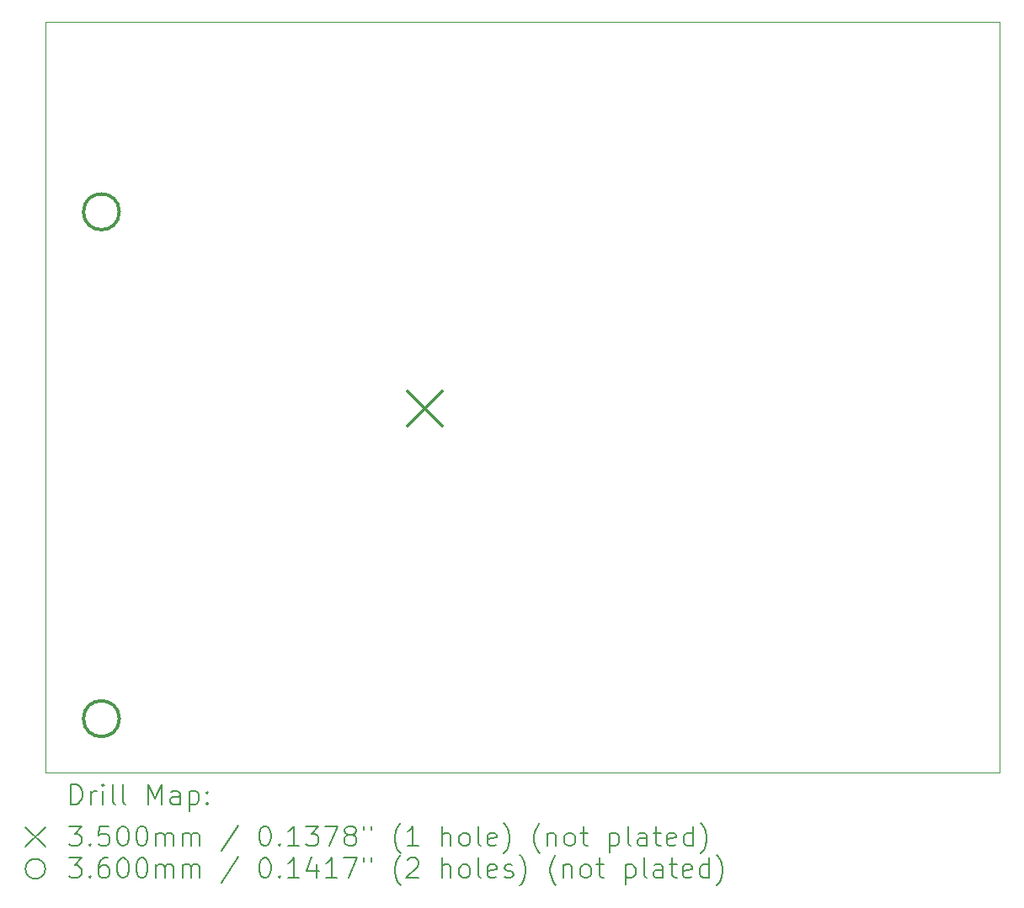
<source format=gbr>
%FSLAX45Y45*%
G04 Gerber Fmt 4.5, Leading zero omitted, Abs format (unit mm)*
G04 Created by KiCad (PCBNEW (6.0.1)) date 2022-03-02 00:16:33*
%MOMM*%
%LPD*%
G01*
G04 APERTURE LIST*
%TA.AperFunction,Profile*%
%ADD10C,0.100000*%
%TD*%
%ADD11C,0.200000*%
%ADD12C,0.350000*%
%ADD13C,0.360000*%
G04 APERTURE END LIST*
D10*
X3937000Y-3683000D02*
X13525500Y-3683000D01*
X13525500Y-3683000D02*
X13525500Y-11239500D01*
X13525500Y-11239500D02*
X3937000Y-11239500D01*
X3937000Y-11239500D02*
X3937000Y-3683000D01*
D11*
D12*
X7572000Y-7400500D02*
X7922000Y-7750500D01*
X7922000Y-7400500D02*
X7572000Y-7750500D01*
D13*
X4676000Y-5594000D02*
G75*
G03*
X4676000Y-5594000I-180000J0D01*
G01*
X4676000Y-10694000D02*
G75*
G03*
X4676000Y-10694000I-180000J0D01*
G01*
D11*
X4189619Y-11554976D02*
X4189619Y-11354976D01*
X4237238Y-11354976D01*
X4265810Y-11364500D01*
X4284857Y-11383548D01*
X4294381Y-11402595D01*
X4303905Y-11440690D01*
X4303905Y-11469262D01*
X4294381Y-11507357D01*
X4284857Y-11526405D01*
X4265810Y-11545452D01*
X4237238Y-11554976D01*
X4189619Y-11554976D01*
X4389619Y-11554976D02*
X4389619Y-11421643D01*
X4389619Y-11459738D02*
X4399143Y-11440690D01*
X4408667Y-11431167D01*
X4427714Y-11421643D01*
X4446762Y-11421643D01*
X4513429Y-11554976D02*
X4513429Y-11421643D01*
X4513429Y-11354976D02*
X4503905Y-11364500D01*
X4513429Y-11374024D01*
X4522952Y-11364500D01*
X4513429Y-11354976D01*
X4513429Y-11374024D01*
X4637238Y-11554976D02*
X4618190Y-11545452D01*
X4608667Y-11526405D01*
X4608667Y-11354976D01*
X4742000Y-11554976D02*
X4722952Y-11545452D01*
X4713429Y-11526405D01*
X4713429Y-11354976D01*
X4970571Y-11554976D02*
X4970571Y-11354976D01*
X5037238Y-11497833D01*
X5103905Y-11354976D01*
X5103905Y-11554976D01*
X5284857Y-11554976D02*
X5284857Y-11450214D01*
X5275333Y-11431167D01*
X5256286Y-11421643D01*
X5218190Y-11421643D01*
X5199143Y-11431167D01*
X5284857Y-11545452D02*
X5265810Y-11554976D01*
X5218190Y-11554976D01*
X5199143Y-11545452D01*
X5189619Y-11526405D01*
X5189619Y-11507357D01*
X5199143Y-11488309D01*
X5218190Y-11478786D01*
X5265810Y-11478786D01*
X5284857Y-11469262D01*
X5380095Y-11421643D02*
X5380095Y-11621643D01*
X5380095Y-11431167D02*
X5399143Y-11421643D01*
X5437238Y-11421643D01*
X5456286Y-11431167D01*
X5465810Y-11440690D01*
X5475333Y-11459738D01*
X5475333Y-11516881D01*
X5465810Y-11535928D01*
X5456286Y-11545452D01*
X5437238Y-11554976D01*
X5399143Y-11554976D01*
X5380095Y-11545452D01*
X5561048Y-11535928D02*
X5570571Y-11545452D01*
X5561048Y-11554976D01*
X5551524Y-11545452D01*
X5561048Y-11535928D01*
X5561048Y-11554976D01*
X5561048Y-11431167D02*
X5570571Y-11440690D01*
X5561048Y-11450214D01*
X5551524Y-11440690D01*
X5561048Y-11431167D01*
X5561048Y-11450214D01*
X3732000Y-11784500D02*
X3932000Y-11984500D01*
X3932000Y-11784500D02*
X3732000Y-11984500D01*
X4170571Y-11774976D02*
X4294381Y-11774976D01*
X4227714Y-11851167D01*
X4256286Y-11851167D01*
X4275333Y-11860690D01*
X4284857Y-11870214D01*
X4294381Y-11889262D01*
X4294381Y-11936881D01*
X4284857Y-11955928D01*
X4275333Y-11965452D01*
X4256286Y-11974976D01*
X4199143Y-11974976D01*
X4180095Y-11965452D01*
X4170571Y-11955928D01*
X4380095Y-11955928D02*
X4389619Y-11965452D01*
X4380095Y-11974976D01*
X4370571Y-11965452D01*
X4380095Y-11955928D01*
X4380095Y-11974976D01*
X4570571Y-11774976D02*
X4475333Y-11774976D01*
X4465810Y-11870214D01*
X4475333Y-11860690D01*
X4494381Y-11851167D01*
X4542000Y-11851167D01*
X4561048Y-11860690D01*
X4570571Y-11870214D01*
X4580095Y-11889262D01*
X4580095Y-11936881D01*
X4570571Y-11955928D01*
X4561048Y-11965452D01*
X4542000Y-11974976D01*
X4494381Y-11974976D01*
X4475333Y-11965452D01*
X4465810Y-11955928D01*
X4703905Y-11774976D02*
X4722952Y-11774976D01*
X4742000Y-11784500D01*
X4751524Y-11794024D01*
X4761048Y-11813071D01*
X4770571Y-11851167D01*
X4770571Y-11898786D01*
X4761048Y-11936881D01*
X4751524Y-11955928D01*
X4742000Y-11965452D01*
X4722952Y-11974976D01*
X4703905Y-11974976D01*
X4684857Y-11965452D01*
X4675333Y-11955928D01*
X4665810Y-11936881D01*
X4656286Y-11898786D01*
X4656286Y-11851167D01*
X4665810Y-11813071D01*
X4675333Y-11794024D01*
X4684857Y-11784500D01*
X4703905Y-11774976D01*
X4894381Y-11774976D02*
X4913429Y-11774976D01*
X4932476Y-11784500D01*
X4942000Y-11794024D01*
X4951524Y-11813071D01*
X4961048Y-11851167D01*
X4961048Y-11898786D01*
X4951524Y-11936881D01*
X4942000Y-11955928D01*
X4932476Y-11965452D01*
X4913429Y-11974976D01*
X4894381Y-11974976D01*
X4875333Y-11965452D01*
X4865810Y-11955928D01*
X4856286Y-11936881D01*
X4846762Y-11898786D01*
X4846762Y-11851167D01*
X4856286Y-11813071D01*
X4865810Y-11794024D01*
X4875333Y-11784500D01*
X4894381Y-11774976D01*
X5046762Y-11974976D02*
X5046762Y-11841643D01*
X5046762Y-11860690D02*
X5056286Y-11851167D01*
X5075333Y-11841643D01*
X5103905Y-11841643D01*
X5122952Y-11851167D01*
X5132476Y-11870214D01*
X5132476Y-11974976D01*
X5132476Y-11870214D02*
X5142000Y-11851167D01*
X5161048Y-11841643D01*
X5189619Y-11841643D01*
X5208667Y-11851167D01*
X5218190Y-11870214D01*
X5218190Y-11974976D01*
X5313429Y-11974976D02*
X5313429Y-11841643D01*
X5313429Y-11860690D02*
X5322952Y-11851167D01*
X5342000Y-11841643D01*
X5370571Y-11841643D01*
X5389619Y-11851167D01*
X5399143Y-11870214D01*
X5399143Y-11974976D01*
X5399143Y-11870214D02*
X5408667Y-11851167D01*
X5427714Y-11841643D01*
X5456286Y-11841643D01*
X5475333Y-11851167D01*
X5484857Y-11870214D01*
X5484857Y-11974976D01*
X5875333Y-11765452D02*
X5703905Y-12022595D01*
X6132476Y-11774976D02*
X6151524Y-11774976D01*
X6170571Y-11784500D01*
X6180095Y-11794024D01*
X6189619Y-11813071D01*
X6199143Y-11851167D01*
X6199143Y-11898786D01*
X6189619Y-11936881D01*
X6180095Y-11955928D01*
X6170571Y-11965452D01*
X6151524Y-11974976D01*
X6132476Y-11974976D01*
X6113428Y-11965452D01*
X6103905Y-11955928D01*
X6094381Y-11936881D01*
X6084857Y-11898786D01*
X6084857Y-11851167D01*
X6094381Y-11813071D01*
X6103905Y-11794024D01*
X6113428Y-11784500D01*
X6132476Y-11774976D01*
X6284857Y-11955928D02*
X6294381Y-11965452D01*
X6284857Y-11974976D01*
X6275333Y-11965452D01*
X6284857Y-11955928D01*
X6284857Y-11974976D01*
X6484857Y-11974976D02*
X6370571Y-11974976D01*
X6427714Y-11974976D02*
X6427714Y-11774976D01*
X6408667Y-11803548D01*
X6389619Y-11822595D01*
X6370571Y-11832119D01*
X6551524Y-11774976D02*
X6675333Y-11774976D01*
X6608667Y-11851167D01*
X6637238Y-11851167D01*
X6656286Y-11860690D01*
X6665809Y-11870214D01*
X6675333Y-11889262D01*
X6675333Y-11936881D01*
X6665809Y-11955928D01*
X6656286Y-11965452D01*
X6637238Y-11974976D01*
X6580095Y-11974976D01*
X6561048Y-11965452D01*
X6551524Y-11955928D01*
X6742000Y-11774976D02*
X6875333Y-11774976D01*
X6789619Y-11974976D01*
X6980095Y-11860690D02*
X6961048Y-11851167D01*
X6951524Y-11841643D01*
X6942000Y-11822595D01*
X6942000Y-11813071D01*
X6951524Y-11794024D01*
X6961048Y-11784500D01*
X6980095Y-11774976D01*
X7018190Y-11774976D01*
X7037238Y-11784500D01*
X7046762Y-11794024D01*
X7056286Y-11813071D01*
X7056286Y-11822595D01*
X7046762Y-11841643D01*
X7037238Y-11851167D01*
X7018190Y-11860690D01*
X6980095Y-11860690D01*
X6961048Y-11870214D01*
X6951524Y-11879738D01*
X6942000Y-11898786D01*
X6942000Y-11936881D01*
X6951524Y-11955928D01*
X6961048Y-11965452D01*
X6980095Y-11974976D01*
X7018190Y-11974976D01*
X7037238Y-11965452D01*
X7046762Y-11955928D01*
X7056286Y-11936881D01*
X7056286Y-11898786D01*
X7046762Y-11879738D01*
X7037238Y-11870214D01*
X7018190Y-11860690D01*
X7132476Y-11774976D02*
X7132476Y-11813071D01*
X7208667Y-11774976D02*
X7208667Y-11813071D01*
X7503905Y-12051167D02*
X7494381Y-12041643D01*
X7475333Y-12013071D01*
X7465809Y-11994024D01*
X7456286Y-11965452D01*
X7446762Y-11917833D01*
X7446762Y-11879738D01*
X7456286Y-11832119D01*
X7465809Y-11803548D01*
X7475333Y-11784500D01*
X7494381Y-11755928D01*
X7503905Y-11746405D01*
X7684857Y-11974976D02*
X7570571Y-11974976D01*
X7627714Y-11974976D02*
X7627714Y-11774976D01*
X7608667Y-11803548D01*
X7589619Y-11822595D01*
X7570571Y-11832119D01*
X7922952Y-11974976D02*
X7922952Y-11774976D01*
X8008667Y-11974976D02*
X8008667Y-11870214D01*
X7999143Y-11851167D01*
X7980095Y-11841643D01*
X7951524Y-11841643D01*
X7932476Y-11851167D01*
X7922952Y-11860690D01*
X8132476Y-11974976D02*
X8113428Y-11965452D01*
X8103905Y-11955928D01*
X8094381Y-11936881D01*
X8094381Y-11879738D01*
X8103905Y-11860690D01*
X8113428Y-11851167D01*
X8132476Y-11841643D01*
X8161048Y-11841643D01*
X8180095Y-11851167D01*
X8189619Y-11860690D01*
X8199143Y-11879738D01*
X8199143Y-11936881D01*
X8189619Y-11955928D01*
X8180095Y-11965452D01*
X8161048Y-11974976D01*
X8132476Y-11974976D01*
X8313428Y-11974976D02*
X8294381Y-11965452D01*
X8284857Y-11946405D01*
X8284857Y-11774976D01*
X8465810Y-11965452D02*
X8446762Y-11974976D01*
X8408667Y-11974976D01*
X8389619Y-11965452D01*
X8380095Y-11946405D01*
X8380095Y-11870214D01*
X8389619Y-11851167D01*
X8408667Y-11841643D01*
X8446762Y-11841643D01*
X8465810Y-11851167D01*
X8475333Y-11870214D01*
X8475333Y-11889262D01*
X8380095Y-11908309D01*
X8542000Y-12051167D02*
X8551524Y-12041643D01*
X8570571Y-12013071D01*
X8580095Y-11994024D01*
X8589619Y-11965452D01*
X8599143Y-11917833D01*
X8599143Y-11879738D01*
X8589619Y-11832119D01*
X8580095Y-11803548D01*
X8570571Y-11784500D01*
X8551524Y-11755928D01*
X8542000Y-11746405D01*
X8903905Y-12051167D02*
X8894381Y-12041643D01*
X8875333Y-12013071D01*
X8865810Y-11994024D01*
X8856286Y-11965452D01*
X8846762Y-11917833D01*
X8846762Y-11879738D01*
X8856286Y-11832119D01*
X8865810Y-11803548D01*
X8875333Y-11784500D01*
X8894381Y-11755928D01*
X8903905Y-11746405D01*
X8980095Y-11841643D02*
X8980095Y-11974976D01*
X8980095Y-11860690D02*
X8989619Y-11851167D01*
X9008667Y-11841643D01*
X9037238Y-11841643D01*
X9056286Y-11851167D01*
X9065810Y-11870214D01*
X9065810Y-11974976D01*
X9189619Y-11974976D02*
X9170571Y-11965452D01*
X9161048Y-11955928D01*
X9151524Y-11936881D01*
X9151524Y-11879738D01*
X9161048Y-11860690D01*
X9170571Y-11851167D01*
X9189619Y-11841643D01*
X9218190Y-11841643D01*
X9237238Y-11851167D01*
X9246762Y-11860690D01*
X9256286Y-11879738D01*
X9256286Y-11936881D01*
X9246762Y-11955928D01*
X9237238Y-11965452D01*
X9218190Y-11974976D01*
X9189619Y-11974976D01*
X9313429Y-11841643D02*
X9389619Y-11841643D01*
X9342000Y-11774976D02*
X9342000Y-11946405D01*
X9351524Y-11965452D01*
X9370571Y-11974976D01*
X9389619Y-11974976D01*
X9608667Y-11841643D02*
X9608667Y-12041643D01*
X9608667Y-11851167D02*
X9627714Y-11841643D01*
X9665810Y-11841643D01*
X9684857Y-11851167D01*
X9694381Y-11860690D01*
X9703905Y-11879738D01*
X9703905Y-11936881D01*
X9694381Y-11955928D01*
X9684857Y-11965452D01*
X9665810Y-11974976D01*
X9627714Y-11974976D01*
X9608667Y-11965452D01*
X9818190Y-11974976D02*
X9799143Y-11965452D01*
X9789619Y-11946405D01*
X9789619Y-11774976D01*
X9980095Y-11974976D02*
X9980095Y-11870214D01*
X9970571Y-11851167D01*
X9951524Y-11841643D01*
X9913429Y-11841643D01*
X9894381Y-11851167D01*
X9980095Y-11965452D02*
X9961048Y-11974976D01*
X9913429Y-11974976D01*
X9894381Y-11965452D01*
X9884857Y-11946405D01*
X9884857Y-11927357D01*
X9894381Y-11908309D01*
X9913429Y-11898786D01*
X9961048Y-11898786D01*
X9980095Y-11889262D01*
X10046762Y-11841643D02*
X10122952Y-11841643D01*
X10075333Y-11774976D02*
X10075333Y-11946405D01*
X10084857Y-11965452D01*
X10103905Y-11974976D01*
X10122952Y-11974976D01*
X10265810Y-11965452D02*
X10246762Y-11974976D01*
X10208667Y-11974976D01*
X10189619Y-11965452D01*
X10180095Y-11946405D01*
X10180095Y-11870214D01*
X10189619Y-11851167D01*
X10208667Y-11841643D01*
X10246762Y-11841643D01*
X10265810Y-11851167D01*
X10275333Y-11870214D01*
X10275333Y-11889262D01*
X10180095Y-11908309D01*
X10446762Y-11974976D02*
X10446762Y-11774976D01*
X10446762Y-11965452D02*
X10427714Y-11974976D01*
X10389619Y-11974976D01*
X10370571Y-11965452D01*
X10361048Y-11955928D01*
X10351524Y-11936881D01*
X10351524Y-11879738D01*
X10361048Y-11860690D01*
X10370571Y-11851167D01*
X10389619Y-11841643D01*
X10427714Y-11841643D01*
X10446762Y-11851167D01*
X10522952Y-12051167D02*
X10532476Y-12041643D01*
X10551524Y-12013071D01*
X10561048Y-11994024D01*
X10570571Y-11965452D01*
X10580095Y-11917833D01*
X10580095Y-11879738D01*
X10570571Y-11832119D01*
X10561048Y-11803548D01*
X10551524Y-11784500D01*
X10532476Y-11755928D01*
X10522952Y-11746405D01*
X3932000Y-12204500D02*
G75*
G03*
X3932000Y-12204500I-100000J0D01*
G01*
X4170571Y-12094976D02*
X4294381Y-12094976D01*
X4227714Y-12171167D01*
X4256286Y-12171167D01*
X4275333Y-12180690D01*
X4284857Y-12190214D01*
X4294381Y-12209262D01*
X4294381Y-12256881D01*
X4284857Y-12275928D01*
X4275333Y-12285452D01*
X4256286Y-12294976D01*
X4199143Y-12294976D01*
X4180095Y-12285452D01*
X4170571Y-12275928D01*
X4380095Y-12275928D02*
X4389619Y-12285452D01*
X4380095Y-12294976D01*
X4370571Y-12285452D01*
X4380095Y-12275928D01*
X4380095Y-12294976D01*
X4561048Y-12094976D02*
X4522952Y-12094976D01*
X4503905Y-12104500D01*
X4494381Y-12114024D01*
X4475333Y-12142595D01*
X4465810Y-12180690D01*
X4465810Y-12256881D01*
X4475333Y-12275928D01*
X4484857Y-12285452D01*
X4503905Y-12294976D01*
X4542000Y-12294976D01*
X4561048Y-12285452D01*
X4570571Y-12275928D01*
X4580095Y-12256881D01*
X4580095Y-12209262D01*
X4570571Y-12190214D01*
X4561048Y-12180690D01*
X4542000Y-12171167D01*
X4503905Y-12171167D01*
X4484857Y-12180690D01*
X4475333Y-12190214D01*
X4465810Y-12209262D01*
X4703905Y-12094976D02*
X4722952Y-12094976D01*
X4742000Y-12104500D01*
X4751524Y-12114024D01*
X4761048Y-12133071D01*
X4770571Y-12171167D01*
X4770571Y-12218786D01*
X4761048Y-12256881D01*
X4751524Y-12275928D01*
X4742000Y-12285452D01*
X4722952Y-12294976D01*
X4703905Y-12294976D01*
X4684857Y-12285452D01*
X4675333Y-12275928D01*
X4665810Y-12256881D01*
X4656286Y-12218786D01*
X4656286Y-12171167D01*
X4665810Y-12133071D01*
X4675333Y-12114024D01*
X4684857Y-12104500D01*
X4703905Y-12094976D01*
X4894381Y-12094976D02*
X4913429Y-12094976D01*
X4932476Y-12104500D01*
X4942000Y-12114024D01*
X4951524Y-12133071D01*
X4961048Y-12171167D01*
X4961048Y-12218786D01*
X4951524Y-12256881D01*
X4942000Y-12275928D01*
X4932476Y-12285452D01*
X4913429Y-12294976D01*
X4894381Y-12294976D01*
X4875333Y-12285452D01*
X4865810Y-12275928D01*
X4856286Y-12256881D01*
X4846762Y-12218786D01*
X4846762Y-12171167D01*
X4856286Y-12133071D01*
X4865810Y-12114024D01*
X4875333Y-12104500D01*
X4894381Y-12094976D01*
X5046762Y-12294976D02*
X5046762Y-12161643D01*
X5046762Y-12180690D02*
X5056286Y-12171167D01*
X5075333Y-12161643D01*
X5103905Y-12161643D01*
X5122952Y-12171167D01*
X5132476Y-12190214D01*
X5132476Y-12294976D01*
X5132476Y-12190214D02*
X5142000Y-12171167D01*
X5161048Y-12161643D01*
X5189619Y-12161643D01*
X5208667Y-12171167D01*
X5218190Y-12190214D01*
X5218190Y-12294976D01*
X5313429Y-12294976D02*
X5313429Y-12161643D01*
X5313429Y-12180690D02*
X5322952Y-12171167D01*
X5342000Y-12161643D01*
X5370571Y-12161643D01*
X5389619Y-12171167D01*
X5399143Y-12190214D01*
X5399143Y-12294976D01*
X5399143Y-12190214D02*
X5408667Y-12171167D01*
X5427714Y-12161643D01*
X5456286Y-12161643D01*
X5475333Y-12171167D01*
X5484857Y-12190214D01*
X5484857Y-12294976D01*
X5875333Y-12085452D02*
X5703905Y-12342595D01*
X6132476Y-12094976D02*
X6151524Y-12094976D01*
X6170571Y-12104500D01*
X6180095Y-12114024D01*
X6189619Y-12133071D01*
X6199143Y-12171167D01*
X6199143Y-12218786D01*
X6189619Y-12256881D01*
X6180095Y-12275928D01*
X6170571Y-12285452D01*
X6151524Y-12294976D01*
X6132476Y-12294976D01*
X6113428Y-12285452D01*
X6103905Y-12275928D01*
X6094381Y-12256881D01*
X6084857Y-12218786D01*
X6084857Y-12171167D01*
X6094381Y-12133071D01*
X6103905Y-12114024D01*
X6113428Y-12104500D01*
X6132476Y-12094976D01*
X6284857Y-12275928D02*
X6294381Y-12285452D01*
X6284857Y-12294976D01*
X6275333Y-12285452D01*
X6284857Y-12275928D01*
X6284857Y-12294976D01*
X6484857Y-12294976D02*
X6370571Y-12294976D01*
X6427714Y-12294976D02*
X6427714Y-12094976D01*
X6408667Y-12123548D01*
X6389619Y-12142595D01*
X6370571Y-12152119D01*
X6656286Y-12161643D02*
X6656286Y-12294976D01*
X6608667Y-12085452D02*
X6561048Y-12228309D01*
X6684857Y-12228309D01*
X6865809Y-12294976D02*
X6751524Y-12294976D01*
X6808667Y-12294976D02*
X6808667Y-12094976D01*
X6789619Y-12123548D01*
X6770571Y-12142595D01*
X6751524Y-12152119D01*
X6932476Y-12094976D02*
X7065809Y-12094976D01*
X6980095Y-12294976D01*
X7132476Y-12094976D02*
X7132476Y-12133071D01*
X7208667Y-12094976D02*
X7208667Y-12133071D01*
X7503905Y-12371167D02*
X7494381Y-12361643D01*
X7475333Y-12333071D01*
X7465809Y-12314024D01*
X7456286Y-12285452D01*
X7446762Y-12237833D01*
X7446762Y-12199738D01*
X7456286Y-12152119D01*
X7465809Y-12123548D01*
X7475333Y-12104500D01*
X7494381Y-12075928D01*
X7503905Y-12066405D01*
X7570571Y-12114024D02*
X7580095Y-12104500D01*
X7599143Y-12094976D01*
X7646762Y-12094976D01*
X7665809Y-12104500D01*
X7675333Y-12114024D01*
X7684857Y-12133071D01*
X7684857Y-12152119D01*
X7675333Y-12180690D01*
X7561048Y-12294976D01*
X7684857Y-12294976D01*
X7922952Y-12294976D02*
X7922952Y-12094976D01*
X8008667Y-12294976D02*
X8008667Y-12190214D01*
X7999143Y-12171167D01*
X7980095Y-12161643D01*
X7951524Y-12161643D01*
X7932476Y-12171167D01*
X7922952Y-12180690D01*
X8132476Y-12294976D02*
X8113428Y-12285452D01*
X8103905Y-12275928D01*
X8094381Y-12256881D01*
X8094381Y-12199738D01*
X8103905Y-12180690D01*
X8113428Y-12171167D01*
X8132476Y-12161643D01*
X8161048Y-12161643D01*
X8180095Y-12171167D01*
X8189619Y-12180690D01*
X8199143Y-12199738D01*
X8199143Y-12256881D01*
X8189619Y-12275928D01*
X8180095Y-12285452D01*
X8161048Y-12294976D01*
X8132476Y-12294976D01*
X8313428Y-12294976D02*
X8294381Y-12285452D01*
X8284857Y-12266405D01*
X8284857Y-12094976D01*
X8465810Y-12285452D02*
X8446762Y-12294976D01*
X8408667Y-12294976D01*
X8389619Y-12285452D01*
X8380095Y-12266405D01*
X8380095Y-12190214D01*
X8389619Y-12171167D01*
X8408667Y-12161643D01*
X8446762Y-12161643D01*
X8465810Y-12171167D01*
X8475333Y-12190214D01*
X8475333Y-12209262D01*
X8380095Y-12228309D01*
X8551524Y-12285452D02*
X8570571Y-12294976D01*
X8608667Y-12294976D01*
X8627714Y-12285452D01*
X8637238Y-12266405D01*
X8637238Y-12256881D01*
X8627714Y-12237833D01*
X8608667Y-12228309D01*
X8580095Y-12228309D01*
X8561048Y-12218786D01*
X8551524Y-12199738D01*
X8551524Y-12190214D01*
X8561048Y-12171167D01*
X8580095Y-12161643D01*
X8608667Y-12161643D01*
X8627714Y-12171167D01*
X8703905Y-12371167D02*
X8713429Y-12361643D01*
X8732476Y-12333071D01*
X8742000Y-12314024D01*
X8751524Y-12285452D01*
X8761048Y-12237833D01*
X8761048Y-12199738D01*
X8751524Y-12152119D01*
X8742000Y-12123548D01*
X8732476Y-12104500D01*
X8713429Y-12075928D01*
X8703905Y-12066405D01*
X9065810Y-12371167D02*
X9056286Y-12361643D01*
X9037238Y-12333071D01*
X9027714Y-12314024D01*
X9018190Y-12285452D01*
X9008667Y-12237833D01*
X9008667Y-12199738D01*
X9018190Y-12152119D01*
X9027714Y-12123548D01*
X9037238Y-12104500D01*
X9056286Y-12075928D01*
X9065810Y-12066405D01*
X9142000Y-12161643D02*
X9142000Y-12294976D01*
X9142000Y-12180690D02*
X9151524Y-12171167D01*
X9170571Y-12161643D01*
X9199143Y-12161643D01*
X9218190Y-12171167D01*
X9227714Y-12190214D01*
X9227714Y-12294976D01*
X9351524Y-12294976D02*
X9332476Y-12285452D01*
X9322952Y-12275928D01*
X9313429Y-12256881D01*
X9313429Y-12199738D01*
X9322952Y-12180690D01*
X9332476Y-12171167D01*
X9351524Y-12161643D01*
X9380095Y-12161643D01*
X9399143Y-12171167D01*
X9408667Y-12180690D01*
X9418190Y-12199738D01*
X9418190Y-12256881D01*
X9408667Y-12275928D01*
X9399143Y-12285452D01*
X9380095Y-12294976D01*
X9351524Y-12294976D01*
X9475333Y-12161643D02*
X9551524Y-12161643D01*
X9503905Y-12094976D02*
X9503905Y-12266405D01*
X9513429Y-12285452D01*
X9532476Y-12294976D01*
X9551524Y-12294976D01*
X9770571Y-12161643D02*
X9770571Y-12361643D01*
X9770571Y-12171167D02*
X9789619Y-12161643D01*
X9827714Y-12161643D01*
X9846762Y-12171167D01*
X9856286Y-12180690D01*
X9865810Y-12199738D01*
X9865810Y-12256881D01*
X9856286Y-12275928D01*
X9846762Y-12285452D01*
X9827714Y-12294976D01*
X9789619Y-12294976D01*
X9770571Y-12285452D01*
X9980095Y-12294976D02*
X9961048Y-12285452D01*
X9951524Y-12266405D01*
X9951524Y-12094976D01*
X10142000Y-12294976D02*
X10142000Y-12190214D01*
X10132476Y-12171167D01*
X10113429Y-12161643D01*
X10075333Y-12161643D01*
X10056286Y-12171167D01*
X10142000Y-12285452D02*
X10122952Y-12294976D01*
X10075333Y-12294976D01*
X10056286Y-12285452D01*
X10046762Y-12266405D01*
X10046762Y-12247357D01*
X10056286Y-12228309D01*
X10075333Y-12218786D01*
X10122952Y-12218786D01*
X10142000Y-12209262D01*
X10208667Y-12161643D02*
X10284857Y-12161643D01*
X10237238Y-12094976D02*
X10237238Y-12266405D01*
X10246762Y-12285452D01*
X10265810Y-12294976D01*
X10284857Y-12294976D01*
X10427714Y-12285452D02*
X10408667Y-12294976D01*
X10370571Y-12294976D01*
X10351524Y-12285452D01*
X10342000Y-12266405D01*
X10342000Y-12190214D01*
X10351524Y-12171167D01*
X10370571Y-12161643D01*
X10408667Y-12161643D01*
X10427714Y-12171167D01*
X10437238Y-12190214D01*
X10437238Y-12209262D01*
X10342000Y-12228309D01*
X10608667Y-12294976D02*
X10608667Y-12094976D01*
X10608667Y-12285452D02*
X10589619Y-12294976D01*
X10551524Y-12294976D01*
X10532476Y-12285452D01*
X10522952Y-12275928D01*
X10513429Y-12256881D01*
X10513429Y-12199738D01*
X10522952Y-12180690D01*
X10532476Y-12171167D01*
X10551524Y-12161643D01*
X10589619Y-12161643D01*
X10608667Y-12171167D01*
X10684857Y-12371167D02*
X10694381Y-12361643D01*
X10713429Y-12333071D01*
X10722952Y-12314024D01*
X10732476Y-12285452D01*
X10742000Y-12237833D01*
X10742000Y-12199738D01*
X10732476Y-12152119D01*
X10722952Y-12123548D01*
X10713429Y-12104500D01*
X10694381Y-12075928D01*
X10684857Y-12066405D01*
M02*

</source>
